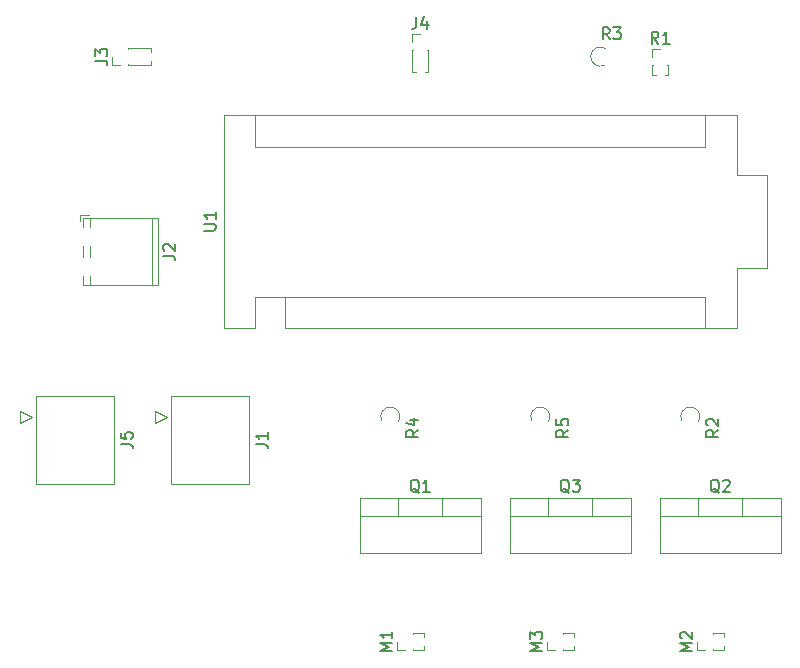
<source format=gbr>
%TF.GenerationSoftware,KiCad,Pcbnew,5.1.12-84ad8e8a86~92~ubuntu18.04.1*%
%TF.CreationDate,2021-12-05T17:17:48+11:00*%
%TF.ProjectId,aquaponics-1,61717561-706f-46e6-9963-732d312e6b69,rev?*%
%TF.SameCoordinates,Original*%
%TF.FileFunction,Legend,Top*%
%TF.FilePolarity,Positive*%
%FSLAX46Y46*%
G04 Gerber Fmt 4.6, Leading zero omitted, Abs format (unit mm)*
G04 Created by KiCad (PCBNEW 5.1.12-84ad8e8a86~92~ubuntu18.04.1) date 2021-12-05 17:17:48*
%MOMM*%
%LPD*%
G01*
G04 APERTURE LIST*
%ADD10C,0.120000*%
%ADD11C,0.150000*%
G04 APERTURE END LIST*
D10*
%TO.C,J4*%
X52645000Y-24150000D02*
X52945507Y-24150000D01*
X53734493Y-24150000D02*
X54035000Y-24150000D01*
X52645000Y-22275000D02*
X52645000Y-24150000D01*
X54035000Y-22275000D02*
X54035000Y-24150000D01*
X52645000Y-22275000D02*
X52731724Y-22275000D01*
X53948276Y-22275000D02*
X54035000Y-22275000D01*
X52645000Y-21590000D02*
X52645000Y-20905000D01*
X52645000Y-20905000D02*
X53340000Y-20905000D01*
%TO.C,J5*%
X19430000Y-53840000D02*
X19430000Y-52840000D01*
X20430000Y-53340000D02*
X19430000Y-53840000D01*
X19430000Y-52840000D02*
X20430000Y-53340000D01*
X20820000Y-59080000D02*
X20820000Y-55320000D01*
X27440000Y-59080000D02*
X20820000Y-59080000D01*
X27440000Y-55320000D02*
X27440000Y-59080000D01*
X20820000Y-51560000D02*
X20820000Y-55320000D01*
X27440000Y-51560000D02*
X20820000Y-51560000D01*
X27440000Y-55320000D02*
X27440000Y-51560000D01*
%TO.C,J3*%
X27255000Y-23555000D02*
X27255000Y-22860000D01*
X27940000Y-23555000D02*
X27255000Y-23555000D01*
X28625000Y-22251724D02*
X28625000Y-22165000D01*
X28625000Y-23555000D02*
X28625000Y-23468276D01*
X28625000Y-22165000D02*
X30500000Y-22165000D01*
X28625000Y-23555000D02*
X30500000Y-23555000D01*
X30500000Y-22465507D02*
X30500000Y-22165000D01*
X30500000Y-23555000D02*
X30500000Y-23254493D01*
%TO.C,J1*%
X38870000Y-55320000D02*
X38870000Y-51560000D01*
X38870000Y-51560000D02*
X32250000Y-51560000D01*
X32250000Y-51560000D02*
X32250000Y-55320000D01*
X38870000Y-55320000D02*
X38870000Y-59080000D01*
X38870000Y-59080000D02*
X32250000Y-59080000D01*
X32250000Y-59080000D02*
X32250000Y-55320000D01*
X30860000Y-52840000D02*
X31860000Y-53340000D01*
X31860000Y-53340000D02*
X30860000Y-53840000D01*
X30860000Y-53840000D02*
X30860000Y-52840000D01*
%TO.C,J2*%
X25340000Y-36540000D02*
X25340000Y-37310000D01*
X25340000Y-38890000D02*
X25340000Y-39850000D01*
X25340000Y-41430000D02*
X25340000Y-42200000D01*
X30640000Y-36540000D02*
X30640000Y-42200000D01*
X31100000Y-36540000D02*
X31100000Y-42200000D01*
X24780000Y-36540000D02*
X24780000Y-37310000D01*
X24780000Y-38890000D02*
X24780000Y-39850000D01*
X24780000Y-41430000D02*
X24780000Y-42200000D01*
X31100000Y-36540000D02*
X24780000Y-36540000D01*
X31100000Y-42200000D02*
X24780000Y-42200000D01*
X25280000Y-36300000D02*
X24540000Y-36300000D01*
X24540000Y-36300000D02*
X24540000Y-36800000D01*
%TO.C,M1*%
X51385000Y-73085000D02*
X51385000Y-72390000D01*
X52070000Y-73085000D02*
X51385000Y-73085000D01*
X52755000Y-71781724D02*
X52755000Y-71695000D01*
X52755000Y-73085000D02*
X52755000Y-72998276D01*
X52755000Y-71695000D02*
X53630000Y-71695000D01*
X52755000Y-73085000D02*
X53630000Y-73085000D01*
X53630000Y-71995507D02*
X53630000Y-71695000D01*
X53630000Y-73085000D02*
X53630000Y-72784493D01*
%TO.C,M2*%
X79030000Y-73085000D02*
X79030000Y-72784493D01*
X79030000Y-71995507D02*
X79030000Y-71695000D01*
X78155000Y-73085000D02*
X79030000Y-73085000D01*
X78155000Y-71695000D02*
X79030000Y-71695000D01*
X78155000Y-73085000D02*
X78155000Y-72998276D01*
X78155000Y-71781724D02*
X78155000Y-71695000D01*
X77470000Y-73085000D02*
X76785000Y-73085000D01*
X76785000Y-73085000D02*
X76785000Y-72390000D01*
%TO.C,M3*%
X64085000Y-73085000D02*
X64085000Y-72390000D01*
X64770000Y-73085000D02*
X64085000Y-73085000D01*
X65455000Y-71781724D02*
X65455000Y-71695000D01*
X65455000Y-73085000D02*
X65455000Y-72998276D01*
X65455000Y-71695000D02*
X66330000Y-71695000D01*
X65455000Y-73085000D02*
X66330000Y-73085000D01*
X66330000Y-71995507D02*
X66330000Y-71695000D01*
X66330000Y-73085000D02*
X66330000Y-72784493D01*
%TO.C,Q1*%
X48220000Y-60230000D02*
X58460000Y-60230000D01*
X48220000Y-64871000D02*
X58460000Y-64871000D01*
X48220000Y-60230000D02*
X48220000Y-64871000D01*
X58460000Y-60230000D02*
X58460000Y-64871000D01*
X48220000Y-61740000D02*
X58460000Y-61740000D01*
X51490000Y-60230000D02*
X51490000Y-61740000D01*
X55191000Y-60230000D02*
X55191000Y-61740000D01*
%TO.C,Q2*%
X73620000Y-60230000D02*
X83860000Y-60230000D01*
X73620000Y-64871000D02*
X83860000Y-64871000D01*
X73620000Y-60230000D02*
X73620000Y-64871000D01*
X83860000Y-60230000D02*
X83860000Y-64871000D01*
X73620000Y-61740000D02*
X83860000Y-61740000D01*
X76890000Y-60230000D02*
X76890000Y-61740000D01*
X80591000Y-60230000D02*
X80591000Y-61740000D01*
%TO.C,Q3*%
X67891000Y-60230000D02*
X67891000Y-61740000D01*
X64190000Y-60230000D02*
X64190000Y-61740000D01*
X60920000Y-61740000D02*
X71160000Y-61740000D01*
X71160000Y-60230000D02*
X71160000Y-64871000D01*
X60920000Y-60230000D02*
X60920000Y-64871000D01*
X60920000Y-64871000D02*
X71160000Y-64871000D01*
X60920000Y-60230000D02*
X71160000Y-60230000D01*
%TO.C,R1*%
X72965000Y-24420000D02*
X73265507Y-24420000D01*
X74054493Y-24420000D02*
X74355000Y-24420000D01*
X72965000Y-23545000D02*
X72965000Y-24420000D01*
X74355000Y-23545000D02*
X74355000Y-24420000D01*
X72965000Y-23545000D02*
X73051724Y-23545000D01*
X74268276Y-23545000D02*
X74355000Y-23545000D01*
X72965000Y-22860000D02*
X72965000Y-22175000D01*
X72965000Y-22175000D02*
X73660000Y-22175000D01*
%TO.C,R2*%
X75450641Y-53660095D02*
G75*
G02*
X76900000Y-53757133I749359J320095D01*
G01*
%TO.C,R3*%
X68900095Y-23609359D02*
G75*
G02*
X68997133Y-22160000I-320095J749359D01*
G01*
%TO.C,R4*%
X50050641Y-53660095D02*
G75*
G02*
X51500000Y-53757133I749359J320095D01*
G01*
%TO.C,R5*%
X62750641Y-53660095D02*
G75*
G02*
X64200000Y-53757133I749359J320095D01*
G01*
%TO.C,U1*%
X41910000Y-43180000D02*
X39370000Y-43180000D01*
X39370000Y-43180000D02*
X39370000Y-45847000D01*
X41910000Y-45847000D02*
X80137000Y-45847000D01*
X36703000Y-45847000D02*
X39370000Y-45847000D01*
X39370000Y-30480000D02*
X39370000Y-27810000D01*
X39370000Y-30480000D02*
X77470000Y-30480000D01*
X77470000Y-30480000D02*
X77470000Y-27810000D01*
X41910000Y-43180000D02*
X41910000Y-45847000D01*
X41910000Y-43180000D02*
X77470000Y-43180000D01*
X77470000Y-43180000D02*
X77470000Y-45850000D01*
X80137000Y-45847000D02*
X80137000Y-40767000D01*
X80137000Y-27813000D02*
X36703000Y-27813000D01*
X36703000Y-27813000D02*
X36703000Y-45847000D01*
X82677000Y-40767000D02*
X80137000Y-40767000D01*
X80137000Y-32893000D02*
X80137000Y-27813000D01*
X82677000Y-32893000D02*
X80137000Y-32893000D01*
X82677000Y-40767000D02*
X82677000Y-32893000D01*
%TO.C,J4*%
D11*
X53006666Y-19482380D02*
X53006666Y-20196666D01*
X52959047Y-20339523D01*
X52863809Y-20434761D01*
X52720952Y-20482380D01*
X52625714Y-20482380D01*
X53911428Y-19815714D02*
X53911428Y-20482380D01*
X53673333Y-19434761D02*
X53435238Y-20149047D01*
X54054285Y-20149047D01*
%TO.C,J5*%
X27982380Y-55653333D02*
X28696666Y-55653333D01*
X28839523Y-55700952D01*
X28934761Y-55796190D01*
X28982380Y-55939047D01*
X28982380Y-56034285D01*
X27982380Y-54700952D02*
X27982380Y-55177142D01*
X28458571Y-55224761D01*
X28410952Y-55177142D01*
X28363333Y-55081904D01*
X28363333Y-54843809D01*
X28410952Y-54748571D01*
X28458571Y-54700952D01*
X28553809Y-54653333D01*
X28791904Y-54653333D01*
X28887142Y-54700952D01*
X28934761Y-54748571D01*
X28982380Y-54843809D01*
X28982380Y-55081904D01*
X28934761Y-55177142D01*
X28887142Y-55224761D01*
%TO.C,J3*%
X25832380Y-23193333D02*
X26546666Y-23193333D01*
X26689523Y-23240952D01*
X26784761Y-23336190D01*
X26832380Y-23479047D01*
X26832380Y-23574285D01*
X25832380Y-22812380D02*
X25832380Y-22193333D01*
X26213333Y-22526666D01*
X26213333Y-22383809D01*
X26260952Y-22288571D01*
X26308571Y-22240952D01*
X26403809Y-22193333D01*
X26641904Y-22193333D01*
X26737142Y-22240952D01*
X26784761Y-22288571D01*
X26832380Y-22383809D01*
X26832380Y-22669523D01*
X26784761Y-22764761D01*
X26737142Y-22812380D01*
%TO.C,J1*%
X39412380Y-55653333D02*
X40126666Y-55653333D01*
X40269523Y-55700952D01*
X40364761Y-55796190D01*
X40412380Y-55939047D01*
X40412380Y-56034285D01*
X40412380Y-54653333D02*
X40412380Y-55224761D01*
X40412380Y-54939047D02*
X39412380Y-54939047D01*
X39555238Y-55034285D01*
X39650476Y-55129523D01*
X39698095Y-55224761D01*
%TO.C,J2*%
X31552380Y-39703333D02*
X32266666Y-39703333D01*
X32409523Y-39750952D01*
X32504761Y-39846190D01*
X32552380Y-39989047D01*
X32552380Y-40084285D01*
X31647619Y-39274761D02*
X31600000Y-39227142D01*
X31552380Y-39131904D01*
X31552380Y-38893809D01*
X31600000Y-38798571D01*
X31647619Y-38750952D01*
X31742857Y-38703333D01*
X31838095Y-38703333D01*
X31980952Y-38750952D01*
X32552380Y-39322380D01*
X32552380Y-38703333D01*
%TO.C,M1*%
X50962380Y-73199523D02*
X49962380Y-73199523D01*
X50676666Y-72866190D01*
X49962380Y-72532857D01*
X50962380Y-72532857D01*
X50962380Y-71532857D02*
X50962380Y-72104285D01*
X50962380Y-71818571D02*
X49962380Y-71818571D01*
X50105238Y-71913809D01*
X50200476Y-72009047D01*
X50248095Y-72104285D01*
%TO.C,M2*%
X76362380Y-73199523D02*
X75362380Y-73199523D01*
X76076666Y-72866190D01*
X75362380Y-72532857D01*
X76362380Y-72532857D01*
X75457619Y-72104285D02*
X75410000Y-72056666D01*
X75362380Y-71961428D01*
X75362380Y-71723333D01*
X75410000Y-71628095D01*
X75457619Y-71580476D01*
X75552857Y-71532857D01*
X75648095Y-71532857D01*
X75790952Y-71580476D01*
X76362380Y-72151904D01*
X76362380Y-71532857D01*
%TO.C,M3*%
X63662380Y-73199523D02*
X62662380Y-73199523D01*
X63376666Y-72866190D01*
X62662380Y-72532857D01*
X63662380Y-72532857D01*
X62662380Y-72151904D02*
X62662380Y-71532857D01*
X63043333Y-71866190D01*
X63043333Y-71723333D01*
X63090952Y-71628095D01*
X63138571Y-71580476D01*
X63233809Y-71532857D01*
X63471904Y-71532857D01*
X63567142Y-71580476D01*
X63614761Y-71628095D01*
X63662380Y-71723333D01*
X63662380Y-72009047D01*
X63614761Y-72104285D01*
X63567142Y-72151904D01*
%TO.C,Q1*%
X53244761Y-59777619D02*
X53149523Y-59730000D01*
X53054285Y-59634761D01*
X52911428Y-59491904D01*
X52816190Y-59444285D01*
X52720952Y-59444285D01*
X52768571Y-59682380D02*
X52673333Y-59634761D01*
X52578095Y-59539523D01*
X52530476Y-59349047D01*
X52530476Y-59015714D01*
X52578095Y-58825238D01*
X52673333Y-58730000D01*
X52768571Y-58682380D01*
X52959047Y-58682380D01*
X53054285Y-58730000D01*
X53149523Y-58825238D01*
X53197142Y-59015714D01*
X53197142Y-59349047D01*
X53149523Y-59539523D01*
X53054285Y-59634761D01*
X52959047Y-59682380D01*
X52768571Y-59682380D01*
X54149523Y-59682380D02*
X53578095Y-59682380D01*
X53863809Y-59682380D02*
X53863809Y-58682380D01*
X53768571Y-58825238D01*
X53673333Y-58920476D01*
X53578095Y-58968095D01*
%TO.C,Q2*%
X78644761Y-59777619D02*
X78549523Y-59730000D01*
X78454285Y-59634761D01*
X78311428Y-59491904D01*
X78216190Y-59444285D01*
X78120952Y-59444285D01*
X78168571Y-59682380D02*
X78073333Y-59634761D01*
X77978095Y-59539523D01*
X77930476Y-59349047D01*
X77930476Y-59015714D01*
X77978095Y-58825238D01*
X78073333Y-58730000D01*
X78168571Y-58682380D01*
X78359047Y-58682380D01*
X78454285Y-58730000D01*
X78549523Y-58825238D01*
X78597142Y-59015714D01*
X78597142Y-59349047D01*
X78549523Y-59539523D01*
X78454285Y-59634761D01*
X78359047Y-59682380D01*
X78168571Y-59682380D01*
X78978095Y-58777619D02*
X79025714Y-58730000D01*
X79120952Y-58682380D01*
X79359047Y-58682380D01*
X79454285Y-58730000D01*
X79501904Y-58777619D01*
X79549523Y-58872857D01*
X79549523Y-58968095D01*
X79501904Y-59110952D01*
X78930476Y-59682380D01*
X79549523Y-59682380D01*
%TO.C,Q3*%
X65944761Y-59777619D02*
X65849523Y-59730000D01*
X65754285Y-59634761D01*
X65611428Y-59491904D01*
X65516190Y-59444285D01*
X65420952Y-59444285D01*
X65468571Y-59682380D02*
X65373333Y-59634761D01*
X65278095Y-59539523D01*
X65230476Y-59349047D01*
X65230476Y-59015714D01*
X65278095Y-58825238D01*
X65373333Y-58730000D01*
X65468571Y-58682380D01*
X65659047Y-58682380D01*
X65754285Y-58730000D01*
X65849523Y-58825238D01*
X65897142Y-59015714D01*
X65897142Y-59349047D01*
X65849523Y-59539523D01*
X65754285Y-59634761D01*
X65659047Y-59682380D01*
X65468571Y-59682380D01*
X66230476Y-58682380D02*
X66849523Y-58682380D01*
X66516190Y-59063333D01*
X66659047Y-59063333D01*
X66754285Y-59110952D01*
X66801904Y-59158571D01*
X66849523Y-59253809D01*
X66849523Y-59491904D01*
X66801904Y-59587142D01*
X66754285Y-59634761D01*
X66659047Y-59682380D01*
X66373333Y-59682380D01*
X66278095Y-59634761D01*
X66230476Y-59587142D01*
%TO.C,R1*%
X73493333Y-21752380D02*
X73160000Y-21276190D01*
X72921904Y-21752380D02*
X72921904Y-20752380D01*
X73302857Y-20752380D01*
X73398095Y-20800000D01*
X73445714Y-20847619D01*
X73493333Y-20942857D01*
X73493333Y-21085714D01*
X73445714Y-21180952D01*
X73398095Y-21228571D01*
X73302857Y-21276190D01*
X72921904Y-21276190D01*
X74445714Y-21752380D02*
X73874285Y-21752380D01*
X74160000Y-21752380D02*
X74160000Y-20752380D01*
X74064761Y-20895238D01*
X73969523Y-20990476D01*
X73874285Y-21038095D01*
%TO.C,R2*%
X78572380Y-54456666D02*
X78096190Y-54790000D01*
X78572380Y-55028095D02*
X77572380Y-55028095D01*
X77572380Y-54647142D01*
X77620000Y-54551904D01*
X77667619Y-54504285D01*
X77762857Y-54456666D01*
X77905714Y-54456666D01*
X78000952Y-54504285D01*
X78048571Y-54551904D01*
X78096190Y-54647142D01*
X78096190Y-55028095D01*
X77667619Y-54075714D02*
X77620000Y-54028095D01*
X77572380Y-53932857D01*
X77572380Y-53694761D01*
X77620000Y-53599523D01*
X77667619Y-53551904D01*
X77762857Y-53504285D01*
X77858095Y-53504285D01*
X78000952Y-53551904D01*
X78572380Y-54123333D01*
X78572380Y-53504285D01*
%TO.C,R3*%
X69363333Y-21392380D02*
X69030000Y-20916190D01*
X68791904Y-21392380D02*
X68791904Y-20392380D01*
X69172857Y-20392380D01*
X69268095Y-20440000D01*
X69315714Y-20487619D01*
X69363333Y-20582857D01*
X69363333Y-20725714D01*
X69315714Y-20820952D01*
X69268095Y-20868571D01*
X69172857Y-20916190D01*
X68791904Y-20916190D01*
X69696666Y-20392380D02*
X70315714Y-20392380D01*
X69982380Y-20773333D01*
X70125238Y-20773333D01*
X70220476Y-20820952D01*
X70268095Y-20868571D01*
X70315714Y-20963809D01*
X70315714Y-21201904D01*
X70268095Y-21297142D01*
X70220476Y-21344761D01*
X70125238Y-21392380D01*
X69839523Y-21392380D01*
X69744285Y-21344761D01*
X69696666Y-21297142D01*
%TO.C,R4*%
X53172380Y-54456666D02*
X52696190Y-54790000D01*
X53172380Y-55028095D02*
X52172380Y-55028095D01*
X52172380Y-54647142D01*
X52220000Y-54551904D01*
X52267619Y-54504285D01*
X52362857Y-54456666D01*
X52505714Y-54456666D01*
X52600952Y-54504285D01*
X52648571Y-54551904D01*
X52696190Y-54647142D01*
X52696190Y-55028095D01*
X52505714Y-53599523D02*
X53172380Y-53599523D01*
X52124761Y-53837619D02*
X52839047Y-54075714D01*
X52839047Y-53456666D01*
%TO.C,R5*%
X65872380Y-54456666D02*
X65396190Y-54790000D01*
X65872380Y-55028095D02*
X64872380Y-55028095D01*
X64872380Y-54647142D01*
X64920000Y-54551904D01*
X64967619Y-54504285D01*
X65062857Y-54456666D01*
X65205714Y-54456666D01*
X65300952Y-54504285D01*
X65348571Y-54551904D01*
X65396190Y-54647142D01*
X65396190Y-55028095D01*
X64872380Y-53551904D02*
X64872380Y-54028095D01*
X65348571Y-54075714D01*
X65300952Y-54028095D01*
X65253333Y-53932857D01*
X65253333Y-53694761D01*
X65300952Y-53599523D01*
X65348571Y-53551904D01*
X65443809Y-53504285D01*
X65681904Y-53504285D01*
X65777142Y-53551904D01*
X65824761Y-53599523D01*
X65872380Y-53694761D01*
X65872380Y-53932857D01*
X65824761Y-54028095D01*
X65777142Y-54075714D01*
%TO.C,U1*%
X35012380Y-37591904D02*
X35821904Y-37591904D01*
X35917142Y-37544285D01*
X35964761Y-37496666D01*
X36012380Y-37401428D01*
X36012380Y-37210952D01*
X35964761Y-37115714D01*
X35917142Y-37068095D01*
X35821904Y-37020476D01*
X35012380Y-37020476D01*
X36012380Y-36020476D02*
X36012380Y-36591904D01*
X36012380Y-36306190D02*
X35012380Y-36306190D01*
X35155238Y-36401428D01*
X35250476Y-36496666D01*
X35298095Y-36591904D01*
%TD*%
M02*

</source>
